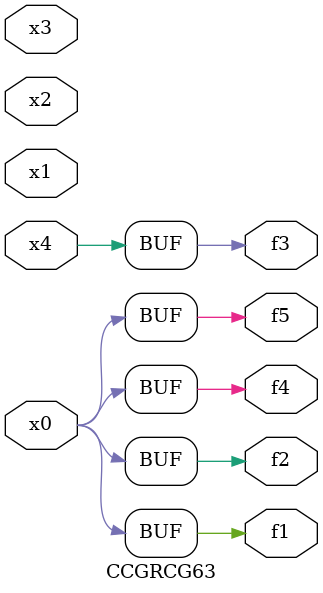
<source format=v>
module CCGRCG63(
	input x0, x1, x2, x3, x4,
	output f1, f2, f3, f4, f5
);
	assign f1 = x0;
	assign f2 = x0;
	assign f3 = x4;
	assign f4 = x0;
	assign f5 = x0;
endmodule

</source>
